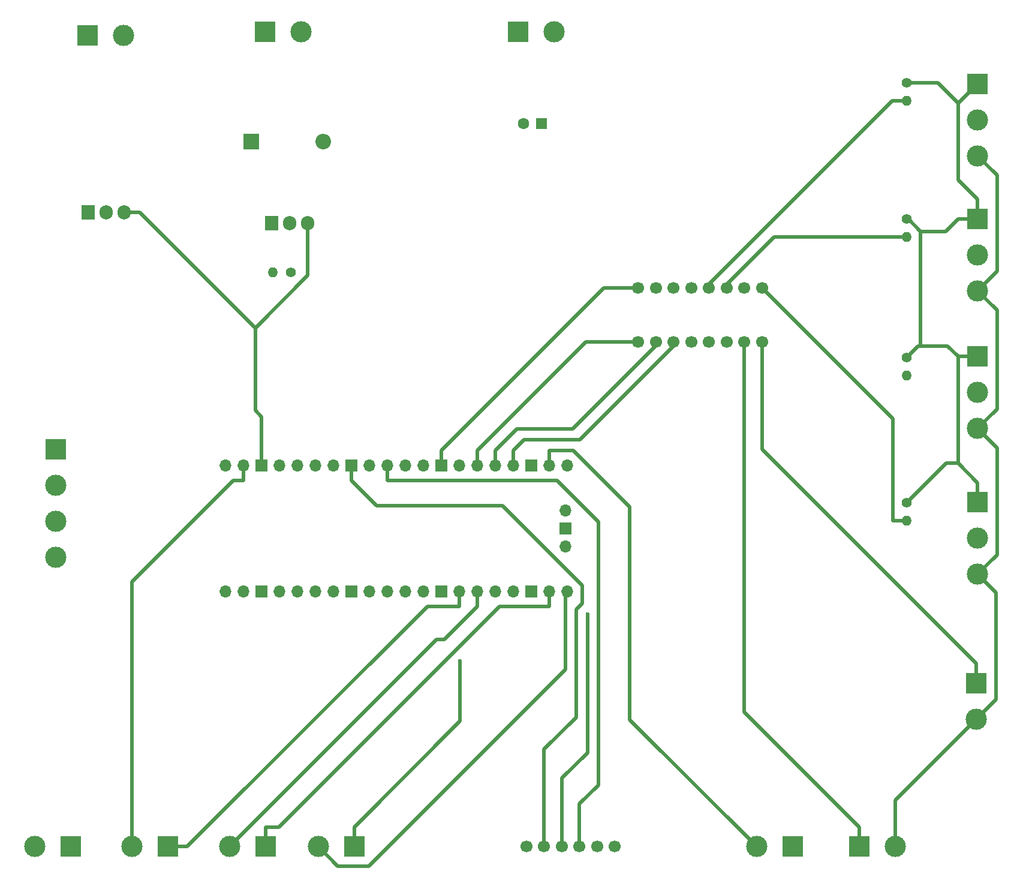
<source format=gbr>
%TF.GenerationSoftware,KiCad,Pcbnew,8.0.1*%
%TF.CreationDate,2024-04-17T15:42:03-07:00*%
%TF.ProjectId,LuliHydroponics,4c756c69-4879-4647-926f-706f6e696373,rev?*%
%TF.SameCoordinates,Original*%
%TF.FileFunction,Copper,L2,Bot*%
%TF.FilePolarity,Positive*%
%FSLAX46Y46*%
G04 Gerber Fmt 4.6, Leading zero omitted, Abs format (unit mm)*
G04 Created by KiCad (PCBNEW 8.0.1) date 2024-04-17 15:42:03*
%MOMM*%
%LPD*%
G01*
G04 APERTURE LIST*
%TA.AperFunction,ComponentPad*%
%ADD10C,3.000000*%
%TD*%
%TA.AperFunction,ComponentPad*%
%ADD11R,3.000000X3.000000*%
%TD*%
%TA.AperFunction,ComponentPad*%
%ADD12C,1.700000*%
%TD*%
%TA.AperFunction,ComponentPad*%
%ADD13C,1.400000*%
%TD*%
%TA.AperFunction,ComponentPad*%
%ADD14O,1.400000X1.400000*%
%TD*%
%TA.AperFunction,ComponentPad*%
%ADD15R,1.905000X2.000000*%
%TD*%
%TA.AperFunction,ComponentPad*%
%ADD16O,1.905000X2.000000*%
%TD*%
%TA.AperFunction,ComponentPad*%
%ADD17O,1.700000X1.700000*%
%TD*%
%TA.AperFunction,ComponentPad*%
%ADD18R,1.700000X1.700000*%
%TD*%
%TA.AperFunction,ComponentPad*%
%ADD19O,2.200000X2.200000*%
%TD*%
%TA.AperFunction,ComponentPad*%
%ADD20R,2.200000X2.200000*%
%TD*%
%TA.AperFunction,ComponentPad*%
%ADD21C,1.600000*%
%TD*%
%TA.AperFunction,ComponentPad*%
%ADD22R,1.600000X1.600000*%
%TD*%
%TA.AperFunction,ViaPad*%
%ADD23C,0.600000*%
%TD*%
%TA.AperFunction,Conductor*%
%ADD24C,0.508000*%
%TD*%
G04 APERTURE END LIST*
D10*
%TO.P,J10,4,Pin_4*%
%TO.N,Net-(J10-Pin_4)*%
X38000000Y-104160000D03*
%TO.P,J10,3,Pin_3*%
%TO.N,Net-(J10-Pin_3)*%
X38000000Y-99080000D03*
%TO.P,J10,2,Pin_2*%
%TO.N,GND*%
X38000000Y-94000000D03*
D11*
%TO.P,J10,1,Pin_1*%
%TO.N,/3V3*%
X38000000Y-88920000D03*
%TD*%
D10*
%TO.P,J9,2,Pin_2*%
%TO.N,GND*%
X168000000Y-127000000D03*
D11*
%TO.P,J9,1,Pin_1*%
%TO.N,/5V*%
X168000000Y-121920000D03*
%TD*%
D12*
%TO.P,U9,6,Vin*%
%TO.N,/5V*%
X104460000Y-145000000D03*
%TO.P,U9,5,GND*%
%TO.N,Net-(U1-AGND)*%
X106960000Y-145000000D03*
%TO.P,U9,4,GND*%
%TO.N,Net-(U1-GND-Pad3)*%
X109460000Y-145000000D03*
%TO.P,U9,3,Po*%
%TO.N,Net-(U1-GPIO26_ADC0)*%
X111960000Y-145000000D03*
%TO.P,U9,2,Do*%
%TO.N,unconnected-(U9-Do-Pad2)*%
X114460000Y-145000000D03*
%TO.P,U9,1,To*%
%TO.N,unconnected-(U9-To-Pad1)*%
X116960000Y-145000000D03*
%TD*%
D10*
%TO.P,J8,2,Pin_2*%
%TO.N,GND*%
X156540000Y-145000000D03*
D11*
%TO.P,J8,1,Pin_1*%
%TO.N,Net-(J8-Pin_1)*%
X151460000Y-145000000D03*
%TD*%
D10*
%TO.P,U4,3,GND*%
%TO.N,GND*%
X168160000Y-66580000D03*
%TO.P,U4,2,DATA*%
%TO.N,Net-(U2-I1)*%
X168160000Y-61500000D03*
D11*
%TO.P,U4,1,VDD*%
%TO.N,/3V3*%
X168160000Y-56420000D03*
%TD*%
D10*
%TO.P,J3,2,Pin_2*%
%TO.N,Net-(J3-Pin_2)*%
X75080000Y-145000000D03*
D11*
%TO.P,J3,1,Pin_1*%
%TO.N,Net-(J3-Pin_1)*%
X80160000Y-145000000D03*
%TD*%
D13*
%TO.P,R1,1*%
%TO.N,Net-(U1-GPIO21)*%
X71220000Y-64000000D03*
D14*
%TO.P,R1,2*%
%TO.N,Net-(Q1-G)*%
X68680000Y-64000000D03*
%TD*%
D11*
%TO.P,J5,1,Pin_1*%
%TO.N,Net-(J5-Pin_1)*%
X53825000Y-145000000D03*
D10*
%TO.P,J5,2,Pin_2*%
%TO.N,/5V*%
X48745000Y-145000000D03*
%TD*%
%TO.P,J1,2,Pin_2*%
%TO.N,Net-(D13-K)*%
X47620000Y-30500000D03*
D11*
%TO.P,J1,1,Pin_1*%
%TO.N,VCC*%
X42540000Y-30500000D03*
%TD*%
D15*
%TO.P,Q1,1,G*%
%TO.N,Net-(Q1-G)*%
X68500000Y-57000000D03*
D16*
%TO.P,Q1,2,D*%
%TO.N,Net-(D1-A)*%
X71040000Y-57000000D03*
%TO.P,Q1,3,S*%
%TO.N,GND*%
X73580000Y-57000000D03*
%TD*%
D10*
%TO.P,U6,3,GND*%
%TO.N,GND*%
X168160000Y-106580000D03*
%TO.P,U6,2,DATA*%
%TO.N,Net-(U2-I3)*%
X168160000Y-101500000D03*
D11*
%TO.P,U6,1,VDD*%
%TO.N,/3V3*%
X168160000Y-96420000D03*
%TD*%
D10*
%TO.P,J4,2,Pin_2*%
%TO.N,Net-(J4-Pin_2)*%
X62580000Y-145000000D03*
D11*
%TO.P,J4,1,Pin_1*%
%TO.N,Net-(J4-Pin_1)*%
X67660000Y-145000000D03*
%TD*%
D10*
%TO.P,U3,3,GND*%
%TO.N,GND*%
X168160000Y-47500000D03*
%TO.P,U3,2,DATA*%
%TO.N,Net-(U2-I0)*%
X168160000Y-42420000D03*
D11*
%TO.P,U3,1,VDD*%
%TO.N,/3V3*%
X168160000Y-37340000D03*
%TD*%
D10*
%TO.P,J2,2,Pin_2*%
%TO.N,VCC*%
X108410000Y-30000000D03*
D11*
%TO.P,J2,1,Pin_1*%
%TO.N,GND*%
X103330000Y-30000000D03*
%TD*%
D17*
%TO.P,U1,43,SWDIO*%
%TO.N,unconnected-(U1-SWDIO-Pad43)*%
X110010000Y-97570000D03*
D18*
%TO.P,U1,42,GND*%
%TO.N,unconnected-(U1-GND-Pad42)*%
X110010000Y-100110000D03*
D17*
%TO.P,U1,41,SWCLK*%
%TO.N,unconnected-(U1-SWCLK-Pad41)*%
X110010000Y-102650000D03*
%TO.P,U1,40,VBUS*%
%TO.N,unconnected-(U1-VBUS-Pad40)*%
X61980000Y-91220000D03*
%TO.P,U1,39,VSYS*%
%TO.N,/5V*%
X64520000Y-91220000D03*
D18*
%TO.P,U1,38,GND*%
%TO.N,GND*%
X67060000Y-91220000D03*
D17*
%TO.P,U1,37,3V3_EN*%
%TO.N,unconnected-(U1-3V3_EN-Pad37)*%
X69600000Y-91220000D03*
%TO.P,U1,36,3V3*%
%TO.N,/3V3*%
X72140000Y-91220000D03*
%TO.P,U1,35,ADC_VREF*%
%TO.N,unconnected-(U1-ADC_VREF-Pad35)*%
X74680000Y-91220000D03*
%TO.P,U1,34,GPIO28_ADC2*%
%TO.N,unconnected-(U1-GPIO28_ADC2-Pad34)*%
X77220000Y-91220000D03*
D18*
%TO.P,U1,33,AGND*%
%TO.N,Net-(U1-AGND)*%
X79760000Y-91220000D03*
D17*
%TO.P,U1,32,GPIO27_ADC1*%
%TO.N,unconnected-(U1-GPIO27_ADC1-Pad32)*%
X82300000Y-91220000D03*
%TO.P,U1,31,GPIO26_ADC0*%
%TO.N,Net-(U1-GPIO26_ADC0)*%
X84840000Y-91220000D03*
%TO.P,U1,30,RUN*%
%TO.N,unconnected-(U1-RUN-Pad30)*%
X87380000Y-91220000D03*
%TO.P,U1,29,GPIO22*%
%TO.N,Net-(Q2-G)*%
X89920000Y-91220000D03*
D18*
%TO.P,U1,28,GND*%
%TO.N,Net-(U2-GND)*%
X92460000Y-91220000D03*
D17*
%TO.P,U1,27,GPIO21*%
%TO.N,Net-(U1-GPIO21)*%
X95000000Y-91220000D03*
%TO.P,U1,26,GPIO20*%
%TO.N,Net-(U1-GPIO20)*%
X97540000Y-91220000D03*
%TO.P,U1,25,GPIO19*%
%TO.N,Net-(U1-GPIO19)*%
X100080000Y-91220000D03*
%TO.P,U1,24,GPIO18*%
%TO.N,Net-(U1-GPIO18)*%
X102620000Y-91220000D03*
D18*
%TO.P,U1,23,GND*%
%TO.N,unconnected-(U1-GND-Pad23)*%
X105160000Y-91220000D03*
D17*
%TO.P,U1,22,GPIO17*%
%TO.N,Net-(J7-Pin_2)*%
X107700000Y-91220000D03*
%TO.P,U1,21,GPIO16*%
%TO.N,Net-(U1-GPIO16)*%
X110240000Y-91220000D03*
%TO.P,U1,20,GPIO15*%
%TO.N,Net-(J3-Pin_2)*%
X110240000Y-109000000D03*
%TO.P,U1,19,GPIO14*%
%TO.N,Net-(J4-Pin_1)*%
X107700000Y-109000000D03*
D18*
%TO.P,U1,18,GND*%
%TO.N,Net-(J6-Pin_1)*%
X105160000Y-109000000D03*
D17*
%TO.P,U1,17,GPIO13*%
%TO.N,Net-(J3-Pin_1)*%
X102620000Y-109000000D03*
%TO.P,U1,16,GPIO12*%
%TO.N,unconnected-(U1-GPIO12-Pad16)*%
X100080000Y-109000000D03*
%TO.P,U1,15,GPIO11*%
%TO.N,Net-(J4-Pin_2)*%
X97540000Y-109000000D03*
%TO.P,U1,14,GPIO10*%
%TO.N,Net-(J5-Pin_1)*%
X95000000Y-109000000D03*
D18*
%TO.P,U1,13,GND*%
%TO.N,unconnected-(U1-GND-Pad13)*%
X92460000Y-109000000D03*
D17*
%TO.P,U1,12,GPIO9*%
%TO.N,unconnected-(U1-GPIO9-Pad12)*%
X89920000Y-109000000D03*
%TO.P,U1,11,GPIO8*%
%TO.N,unconnected-(U1-GPIO8-Pad11)*%
X87380000Y-109000000D03*
%TO.P,U1,10,GPIO7*%
%TO.N,unconnected-(U1-GPIO7-Pad10)*%
X84840000Y-109000000D03*
%TO.P,U1,9,GPIO6*%
%TO.N,unconnected-(U1-GPIO6-Pad9)*%
X82300000Y-109000000D03*
D18*
%TO.P,U1,8,GND*%
%TO.N,unconnected-(U1-GND-Pad8)*%
X79760000Y-109000000D03*
D17*
%TO.P,U1,7,GPIO5*%
%TO.N,unconnected-(U1-GPIO5-Pad7)*%
X77220000Y-109000000D03*
%TO.P,U1,6,GPIO4*%
%TO.N,unconnected-(U1-GPIO4-Pad6)*%
X74680000Y-109000000D03*
%TO.P,U1,5,GPIO3*%
%TO.N,unconnected-(U1-GPIO3-Pad5)*%
X72140000Y-109000000D03*
%TO.P,U1,4,GPIO2*%
%TO.N,unconnected-(U1-GPIO2-Pad4)*%
X69600000Y-109000000D03*
D18*
%TO.P,U1,3,GND*%
%TO.N,Net-(U1-GND-Pad3)*%
X67060000Y-109000000D03*
D17*
%TO.P,U1,2,GPIO1*%
%TO.N,Net-(J10-Pin_3)*%
X64520000Y-109000000D03*
%TO.P,U1,1,GPIO0*%
%TO.N,Net-(J10-Pin_4)*%
X61980000Y-109000000D03*
%TD*%
D14*
%TO.P,R3,2*%
%TO.N,Net-(U2-I1)*%
X158160000Y-59000000D03*
D13*
%TO.P,R3,1*%
%TO.N,/3V3*%
X158160000Y-56460000D03*
%TD*%
D10*
%TO.P,J7,2,Pin_2*%
%TO.N,Net-(J7-Pin_2)*%
X136960000Y-145000000D03*
D11*
%TO.P,J7,1,Pin_1*%
%TO.N,/5V*%
X142040000Y-145000000D03*
%TD*%
D14*
%TO.P,R4,2*%
%TO.N,Net-(U2-I2)*%
X158160000Y-78500000D03*
D13*
%TO.P,R4,1*%
%TO.N,/3V3*%
X158160000Y-75960000D03*
%TD*%
%TO.P,R5,1*%
%TO.N,/3V3*%
X158160000Y-96460000D03*
D14*
%TO.P,R5,2*%
%TO.N,Net-(U2-I3)*%
X158160000Y-99000000D03*
%TD*%
D12*
%TO.P,U2,16,VCC*%
%TO.N,/5V*%
X137750000Y-73810000D03*
%TO.P,U2,15,I4*%
%TO.N,Net-(J8-Pin_1)*%
X135250000Y-73810000D03*
%TO.P,U2,14,I5*%
%TO.N,unconnected-(U2-I5-Pad14)*%
X132750000Y-73810000D03*
%TO.P,U2,13,I6*%
%TO.N,unconnected-(U2-I6-Pad13)*%
X130250000Y-73810000D03*
%TO.P,U2,12,I7*%
%TO.N,unconnected-(U2-I7-Pad12)*%
X127750000Y-73810000D03*
%TO.P,U2,11,S0*%
%TO.N,Net-(U1-GPIO18)*%
X125250000Y-73810000D03*
%TO.P,U2,10,S1*%
%TO.N,Net-(U1-GPIO19)*%
X122750000Y-73810000D03*
%TO.P,U2,9,S2*%
%TO.N,Net-(U1-GPIO20)*%
X120250000Y-73810000D03*
%TO.P,U2,8,GND*%
%TO.N,Net-(U2-GND)*%
X120250000Y-66190000D03*
%TO.P,U2,7,~{E}*%
%TO.N,unconnected-(U2-~{E}-Pad7)*%
X122750000Y-66190000D03*
%TO.P,U2,6,~{Z}*%
%TO.N,unconnected-(U2-~{Z}-Pad6)*%
X125250000Y-66190000D03*
%TO.P,U2,5,Z*%
%TO.N,Net-(U1-GPIO16)*%
X127750000Y-66190000D03*
%TO.P,U2,4,I0*%
%TO.N,Net-(U2-I0)*%
X130250000Y-66190000D03*
%TO.P,U2,3,I1*%
%TO.N,Net-(U2-I1)*%
X132750000Y-66190000D03*
%TO.P,U2,2,I2*%
%TO.N,Net-(U2-I2)*%
X135250000Y-66190000D03*
%TO.P,U2,1,I3*%
%TO.N,Net-(U2-I3)*%
X137750000Y-66190000D03*
%TD*%
D11*
%TO.P,J6,1,Pin_1*%
%TO.N,Net-(J6-Pin_1)*%
X40160000Y-145000000D03*
D10*
%TO.P,J6,2,Pin_2*%
%TO.N,unconnected-(J6-Pin_2-Pad2)*%
X35080000Y-145000000D03*
%TD*%
%TO.P,M1,2,-*%
%TO.N,Net-(D1-A)*%
X72620000Y-30000000D03*
D11*
%TO.P,M1,1,+*%
%TO.N,VCC*%
X67540000Y-30000000D03*
%TD*%
D16*
%TO.P,Q2,3,S*%
%TO.N,GND*%
X47660000Y-55500000D03*
%TO.P,Q2,2,D*%
%TO.N,Net-(D13-K)*%
X45120000Y-55500000D03*
D15*
%TO.P,Q2,1,G*%
%TO.N,Net-(Q2-G)*%
X42580000Y-55500000D03*
%TD*%
D19*
%TO.P,D1,2,A*%
%TO.N,Net-(D1-A)*%
X75740000Y-45500000D03*
D20*
%TO.P,D1,1,K*%
%TO.N,VCC*%
X65580000Y-45500000D03*
%TD*%
D14*
%TO.P,R2,2*%
%TO.N,Net-(U2-I0)*%
X158160000Y-39780000D03*
D13*
%TO.P,R2,1*%
%TO.N,/3V3*%
X158160000Y-37240000D03*
%TD*%
D21*
%TO.P,C1,2*%
%TO.N,GND*%
X104080000Y-43000000D03*
D22*
%TO.P,C1,1*%
%TO.N,VCC*%
X106580000Y-43000000D03*
%TD*%
D10*
%TO.P,U5,3,GND*%
%TO.N,GND*%
X168160000Y-86000000D03*
%TO.P,U5,2,DATA*%
%TO.N,Net-(U2-I2)*%
X168160000Y-80920000D03*
D11*
%TO.P,U5,1,VDD*%
%TO.N,/3V3*%
X168160000Y-75840000D03*
%TD*%
D23*
%TO.N,Net-(U1-GND-Pad3)*%
X113079900Y-112222100D03*
%TO.N,Net-(J3-Pin_1)*%
X95117900Y-118832300D03*
%TD*%
D24*
%TO.N,/3V3*%
X168160000Y-56420000D02*
X168160000Y-53664300D01*
X162548600Y-37240000D02*
X158160000Y-37240000D01*
X165404300Y-40095700D02*
X162548600Y-37240000D01*
X168160000Y-37340000D02*
X165404300Y-40095700D01*
X165404300Y-50908600D02*
X168160000Y-53664300D01*
X165404300Y-40095700D02*
X165404300Y-50908600D01*
X168160000Y-75840000D02*
X165404300Y-75840000D01*
X159745300Y-74374700D02*
X160130500Y-74374700D01*
X158160000Y-75960000D02*
X159745300Y-74374700D01*
X163639300Y-58185000D02*
X165404300Y-56420000D01*
X160130500Y-58185000D02*
X163639300Y-58185000D01*
X160130500Y-74374700D02*
X160130500Y-58185000D01*
X158405500Y-56460000D02*
X158160000Y-56460000D01*
X160130500Y-58185000D02*
X158405500Y-56460000D01*
X168160000Y-56420000D02*
X165404300Y-56420000D01*
X168160000Y-96420000D02*
X168160000Y-93664300D01*
X163939000Y-74374700D02*
X165404300Y-75840000D01*
X160130500Y-74374700D02*
X163939000Y-74374700D01*
X163711400Y-90908600D02*
X165404300Y-90908600D01*
X158160000Y-96460000D02*
X163711400Y-90908600D01*
X165404300Y-75840000D02*
X165404300Y-90908600D01*
X165404300Y-90908600D02*
X168160000Y-93664300D01*
%TO.N,/5V*%
X137750000Y-88914300D02*
X168000000Y-119164300D01*
X137750000Y-73810000D02*
X137750000Y-88914300D01*
X168000000Y-121920000D02*
X168000000Y-119164300D01*
X63075300Y-93325700D02*
X64520000Y-93325700D01*
X48745000Y-107656000D02*
X63075300Y-93325700D01*
X48745000Y-145000000D02*
X48745000Y-107656000D01*
X64520000Y-91220000D02*
X64520000Y-93325700D01*
%TO.N,Net-(J8-Pin_1)*%
X151460000Y-145000000D02*
X151460000Y-142244300D01*
X135250000Y-126034300D02*
X135250000Y-73810000D01*
X151460000Y-142244300D02*
X135250000Y-126034300D01*
%TO.N,Net-(J7-Pin_2)*%
X119064200Y-127104200D02*
X136960000Y-145000000D01*
X119064200Y-97059700D02*
X119064200Y-127104200D01*
X111118800Y-89114300D02*
X119064200Y-97059700D01*
X107700000Y-89114300D02*
X111118800Y-89114300D01*
X107700000Y-91220000D02*
X107700000Y-89114300D01*
%TO.N,Net-(U2-GND)*%
X115384300Y-66190000D02*
X92460000Y-89114300D01*
X120250000Y-66190000D02*
X115384300Y-66190000D01*
X92460000Y-91220000D02*
X92460000Y-89114300D01*
%TO.N,Net-(U1-GND-Pad3)*%
X113079900Y-131748000D02*
X113079900Y-112222100D01*
X109460000Y-135367900D02*
X113079900Y-131748000D01*
X109460000Y-145000000D02*
X109460000Y-135367900D01*
%TO.N,Net-(U1-GPIO19)*%
X100080000Y-91220000D02*
X100080000Y-89114300D01*
X103102400Y-86091900D02*
X100080000Y-89114300D01*
X110975600Y-86091900D02*
X103102400Y-86091900D01*
X122750000Y-74317500D02*
X110975600Y-86091900D01*
X122750000Y-73810000D02*
X122750000Y-74317500D01*
%TO.N,Net-(U1-GPIO18)*%
X104132700Y-87601600D02*
X102620000Y-89114300D01*
X111984400Y-87601600D02*
X104132700Y-87601600D01*
X125250000Y-74336000D02*
X111984400Y-87601600D01*
X125250000Y-73810000D02*
X125250000Y-74336000D01*
X102620000Y-91220000D02*
X102620000Y-89114300D01*
%TO.N,Net-(U1-GPIO26_ADC0)*%
X111960000Y-139008300D02*
X111960000Y-145000000D01*
X114649300Y-136319000D02*
X111960000Y-139008300D01*
X114649300Y-99212200D02*
X114649300Y-136319000D01*
X108762800Y-93325700D02*
X114649300Y-99212200D01*
X84840000Y-93325700D02*
X108762800Y-93325700D01*
X84840000Y-91220000D02*
X84840000Y-93325700D01*
%TO.N,Net-(U1-GPIO20)*%
X112844300Y-73810000D02*
X97540000Y-89114300D01*
X120250000Y-73810000D02*
X112844300Y-73810000D01*
X97540000Y-91220000D02*
X97540000Y-89114300D01*
%TO.N,Net-(U1-AGND)*%
X79760000Y-91220000D02*
X79760000Y-93325700D01*
X106960000Y-131296100D02*
X106960000Y-145000000D01*
X111483800Y-126772300D02*
X106960000Y-131296100D01*
X111483800Y-111577700D02*
X111483800Y-126772300D01*
X112351300Y-110710200D02*
X111483800Y-111577700D01*
X112351300Y-108131100D02*
X112351300Y-110710200D01*
X101105300Y-96885100D02*
X112351300Y-108131100D01*
X83319400Y-96885100D02*
X101105300Y-96885100D01*
X79760000Y-93325700D02*
X83319400Y-96885100D01*
%TO.N,Net-(U2-I3)*%
X156204300Y-84644300D02*
X156204300Y-99000000D01*
X137750000Y-66190000D02*
X156204300Y-84644300D01*
X158160000Y-99000000D02*
X156204300Y-99000000D01*
%TO.N,Net-(U2-I1)*%
X139418500Y-59000000D02*
X158160000Y-59000000D01*
X132750000Y-65668500D02*
X139418500Y-59000000D01*
X132750000Y-66190000D02*
X132750000Y-65668500D01*
%TO.N,Net-(U2-I0)*%
X156112200Y-39780000D02*
X158160000Y-39780000D01*
X130250000Y-65642200D02*
X156112200Y-39780000D01*
X130250000Y-66190000D02*
X130250000Y-65642200D01*
%TO.N,Net-(J5-Pin_1)*%
X90475000Y-111105700D02*
X56580700Y-145000000D01*
X95000000Y-111105700D02*
X90475000Y-111105700D01*
X95000000Y-109000000D02*
X95000000Y-111105700D01*
X53825000Y-145000000D02*
X56580700Y-145000000D01*
%TO.N,Net-(J4-Pin_2)*%
X97540000Y-109000000D02*
X97540000Y-111105700D01*
X92843400Y-115802300D02*
X97540000Y-111105700D01*
X91777700Y-115802300D02*
X92843400Y-115802300D01*
X62580000Y-145000000D02*
X91777700Y-115802300D01*
%TO.N,Net-(J4-Pin_1)*%
X69487400Y-142244300D02*
X67660000Y-142244300D01*
X100626000Y-111105700D02*
X69487400Y-142244300D01*
X107700000Y-111105700D02*
X100626000Y-111105700D01*
X107700000Y-109000000D02*
X107700000Y-111105700D01*
X67660000Y-145000000D02*
X67660000Y-142244300D01*
%TO.N,Net-(J3-Pin_2)*%
X77835700Y-147755700D02*
X75080000Y-145000000D01*
X82192300Y-147755700D02*
X77835700Y-147755700D01*
X109974000Y-119974000D02*
X82192300Y-147755700D01*
X109974000Y-109266000D02*
X109974000Y-119974000D01*
X110240000Y-109000000D02*
X109974000Y-109266000D01*
%TO.N,Net-(J3-Pin_1)*%
X80160000Y-145000000D02*
X80160000Y-142244300D01*
X95117900Y-127286400D02*
X95117900Y-118832300D01*
X80160000Y-142244300D02*
X95117900Y-127286400D01*
%TO.N,GND*%
X170915700Y-69335700D02*
X168160000Y-66580000D01*
X170915700Y-83244300D02*
X170915700Y-69335700D01*
X168160000Y-86000000D02*
X170915700Y-83244300D01*
X170915700Y-63824300D02*
X168160000Y-66580000D01*
X170915700Y-50255700D02*
X170915700Y-63824300D01*
X168160000Y-47500000D02*
X170915700Y-50255700D01*
X170915700Y-88755700D02*
X168160000Y-86000000D01*
X170915700Y-103824300D02*
X170915700Y-88755700D01*
X168160000Y-106580000D02*
X170915700Y-103824300D01*
X170755700Y-124244300D02*
X168000000Y-127000000D01*
X170755700Y-109175700D02*
X170755700Y-124244300D01*
X168160000Y-106580000D02*
X170755700Y-109175700D01*
X156540000Y-138460000D02*
X168000000Y-127000000D01*
X156540000Y-145000000D02*
X156540000Y-138460000D01*
X47660000Y-55500000D02*
X49868200Y-55500000D01*
X49868200Y-55500000D02*
X66177100Y-71808800D01*
X73580000Y-64405900D02*
X66177100Y-71808800D01*
X73580000Y-57000000D02*
X73580000Y-64405900D01*
X67060000Y-84354300D02*
X67060000Y-91220000D01*
X66177000Y-83471300D02*
X67060000Y-84354300D01*
X66177000Y-71808900D02*
X66177000Y-83471300D01*
X66177100Y-71808800D02*
X66177000Y-71808900D01*
%TD*%
M02*

</source>
